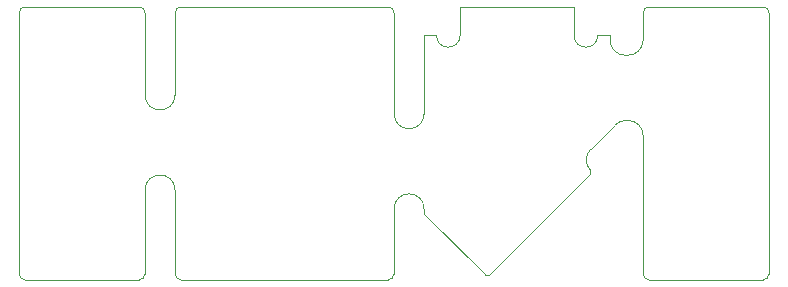
<source format=gm1>
G04 #@! TF.GenerationSoftware,KiCad,Pcbnew,5.1.12-84ad8e8a86~92~ubuntu16.04.1*
G04 #@! TF.CreationDate,2022-12-06T17:39:37+01:00*
G04 #@! TF.ProjectId,Subboards,53756262-6f61-4726-9473-2e6b69636164,rev?*
G04 #@! TF.SameCoordinates,Original*
G04 #@! TF.FileFunction,Profile,NP*
%FSLAX46Y46*%
G04 Gerber Fmt 4.6, Leading zero omitted, Abs format (unit mm)*
G04 Created by KiCad (PCBNEW 5.1.12-84ad8e8a86~92~ubuntu16.04.1) date 2022-12-06 17:39:37*
%MOMM*%
%LPD*%
G01*
G04 APERTURE LIST*
G04 #@! TA.AperFunction,Profile*
%ADD10C,0.050000*%
G04 #@! TD*
G04 APERTURE END LIST*
D10*
X89535000Y-57353200D02*
X99187000Y-57353200D01*
X102743000Y-57353200D02*
X120269000Y-57353200D01*
X120777000Y-74879200D02*
X120777000Y-79959200D01*
X89027000Y-79959200D02*
X89027000Y-57861200D01*
X99695000Y-57861200D02*
X99695000Y-64389000D01*
X99695000Y-73279000D02*
X99695000Y-79959200D01*
X102235000Y-73279000D02*
X102235000Y-79959200D01*
X102743000Y-80467200D02*
X120269000Y-80467200D01*
X102235000Y-64389000D02*
X102235000Y-57861200D01*
X120777000Y-57861200D02*
X120777000Y-65989200D01*
X123317000Y-59766200D02*
X123317000Y-65989200D01*
X89535000Y-80467200D02*
X99187000Y-80467200D01*
X141859000Y-59766200D02*
X141859000Y-57861200D01*
X142367000Y-57353200D02*
X152019000Y-57353200D01*
X152527000Y-57861200D02*
X152527000Y-79959200D01*
X141859000Y-68656200D02*
X141859000Y-79959200D01*
X151892000Y-80467200D02*
X152019000Y-80467200D01*
X151892000Y-80467200D02*
X142367000Y-80467200D01*
X89535000Y-80467200D02*
G75*
G02*
X89027000Y-79959200I0J508000D01*
G01*
X89027000Y-57861200D02*
G75*
G02*
X89535000Y-57353200I508000J0D01*
G01*
X99187000Y-57353200D02*
G75*
G02*
X99695000Y-57861200I0J-508000D01*
G01*
X99695000Y-79959200D02*
G75*
G02*
X99187000Y-80467200I-508000J0D01*
G01*
X102743000Y-80467200D02*
G75*
G02*
X102235000Y-79959200I0J508000D01*
G01*
X102235000Y-57861200D02*
G75*
G02*
X102743000Y-57353200I508000J0D01*
G01*
X120269000Y-57353200D02*
G75*
G02*
X120777000Y-57861200I0J-508000D01*
G01*
X120777000Y-79959200D02*
G75*
G02*
X120269000Y-80467200I-508000J0D01*
G01*
X141859000Y-57861200D02*
G75*
G02*
X142367000Y-57353200I508000J0D01*
G01*
X152019000Y-57353200D02*
G75*
G02*
X152527000Y-57861200I0J-508000D01*
G01*
X142367000Y-80467200D02*
G75*
G02*
X141859000Y-79959200I0J508000D01*
G01*
X152527000Y-79959200D02*
G75*
G02*
X152019000Y-80467200I-508000J0D01*
G01*
X128777999Y-80086199D02*
X137413999Y-71450199D01*
X123317000Y-74879200D02*
X128524000Y-80086200D01*
X139319000Y-67513200D02*
X137414000Y-69418200D01*
X137414000Y-71196200D02*
G75*
G02*
X137414000Y-69418200I889000J889000D01*
G01*
X128777999Y-80086199D02*
G75*
G02*
X128524001Y-80086199I-126999J126999D01*
G01*
X137413999Y-71196201D02*
G75*
G02*
X137413999Y-71450199I-126999J-126999D01*
G01*
X139065000Y-59766200D02*
X138017000Y-59766200D01*
X124365000Y-59766200D02*
X123317000Y-59766200D01*
X126365000Y-57353200D02*
X136017000Y-57353200D01*
X136017000Y-57353200D02*
X136017000Y-59766200D01*
X126365000Y-59766200D02*
X126365000Y-57353200D01*
X124365000Y-59766200D02*
G75*
G03*
X126365000Y-59766200I1000000J0D01*
G01*
X136017000Y-59766200D02*
G75*
G03*
X138017000Y-59766200I1000000J0D01*
G01*
X102235000Y-72864000D02*
X102235000Y-73279000D01*
X99695000Y-72864000D02*
X99695000Y-73279000D01*
X99695000Y-64804000D02*
X99695000Y-64389000D01*
X102235000Y-64804000D02*
X102235000Y-64389000D01*
X99695000Y-72864000D02*
G75*
G02*
X102235000Y-72864000I1270000J0D01*
G01*
X102235000Y-64804000D02*
G75*
G02*
X99695000Y-64804000I-1270000J0D01*
G01*
X123317000Y-66399200D02*
X123317000Y-65984200D01*
X120777000Y-66399200D02*
X120777000Y-65984200D01*
X120777000Y-74459200D02*
X120777000Y-74874200D01*
X123317000Y-74459200D02*
X123317000Y-74874200D01*
X123317000Y-66399200D02*
G75*
G02*
X120777000Y-66399200I-1270000J0D01*
G01*
X120777000Y-74459200D02*
G75*
G02*
X123317000Y-74459200I1270000J0D01*
G01*
X139496800Y-67341174D02*
X139319000Y-67511200D01*
X140589000Y-66969200D02*
X140394826Y-66969200D01*
X140335000Y-61449200D02*
X140589000Y-61449200D01*
X141859000Y-60179200D02*
X141859000Y-59764200D01*
X139065000Y-60179200D02*
X139065000Y-59764200D01*
X141859000Y-68239200D02*
X141859000Y-68654200D01*
X139496800Y-67341174D02*
G75*
G02*
X140394826Y-66969200I898026J-898026D01*
G01*
X140335000Y-61449200D02*
G75*
G02*
X139065000Y-60179200I0J1270000D01*
G01*
X141859000Y-60179200D02*
G75*
G02*
X140589000Y-61449200I-1270000J0D01*
G01*
X140589000Y-66969200D02*
G75*
G02*
X141859000Y-68239200I0J-1270000D01*
G01*
M02*

</source>
